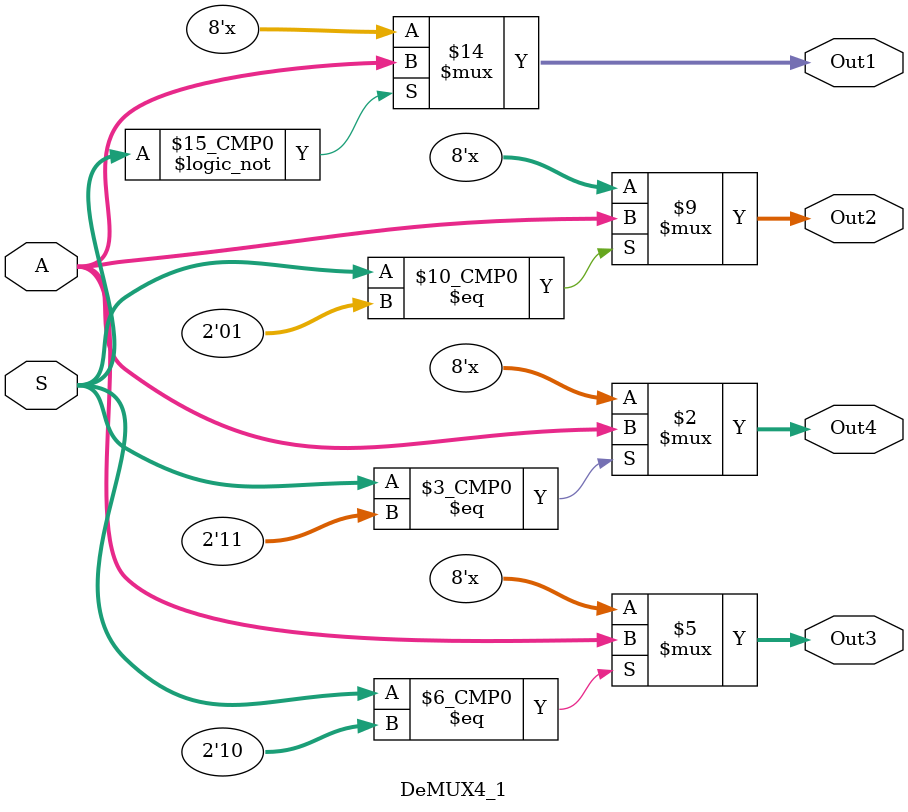
<source format=v>
`timescale 1ns / 1ps
module DeMUX4_1( A ,S , Out1,Out2,Out3,Out4 );
	input [7:0] A ;
	input [1:0] S ;
	output reg [7:0] Out1,Out2,Out3,Out4 ;
	always @(A, S)
			case(S)
				2'b00: Out1<=A ;
				2'b01: Out2<=A ;
				2'b10: Out3<=A ;
				2'b11: Out4<=A ;
				default:Out1<= 8'h00;
			endcase
endmodule

</source>
